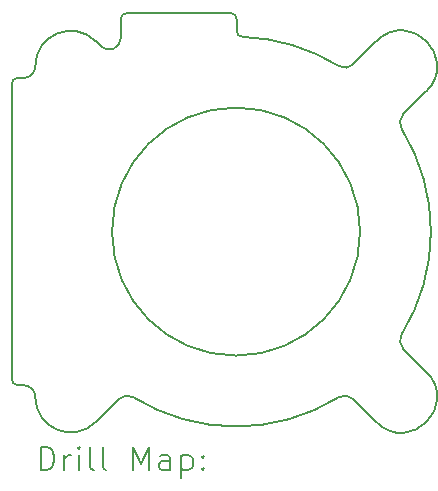
<source format=gbr>
%TF.GenerationSoftware,KiCad,Pcbnew,(6.0.7)*%
%TF.CreationDate,2022-10-21T23:46:12+08:00*%
%TF.ProjectId,pcb_middle,7063625f-6d69-4646-946c-652e6b696361,rev?*%
%TF.SameCoordinates,Original*%
%TF.FileFunction,Drillmap*%
%TF.FilePolarity,Positive*%
%FSLAX45Y45*%
G04 Gerber Fmt 4.5, Leading zero omitted, Abs format (unit mm)*
G04 Created by KiCad (PCBNEW (6.0.7)) date 2022-10-21 23:46:12*
%MOMM*%
%LPD*%
G01*
G04 APERTURE LIST*
%ADD10C,0.200000*%
G04 APERTURE END LIST*
D10*
X1402520Y-869159D02*
G75*
G03*
X1402520Y869159I-1402520J869159D01*
G01*
X-1700000Y-1400000D02*
G75*
G03*
X-1800000Y-1300000I-100000J0D01*
G01*
X-1900000Y-1250000D02*
G75*
G03*
X-1850000Y-1300000I50000J0D01*
G01*
X-1900000Y1250000D02*
X-1900000Y-1250000D01*
X992546Y-1416810D02*
X1187868Y-1612132D01*
X-1145711Y1569975D02*
X-1187868Y1612132D01*
X-975000Y1800000D02*
X-975000Y1640685D01*
X-925000Y1850000D02*
G75*
G03*
X-975000Y1800000I0J-50000D01*
G01*
X-1187868Y1612132D02*
G75*
G03*
X-1700000Y1400000I-212132J-212132D01*
G01*
X5000Y1699110D02*
G75*
G03*
X53382Y1649136I49999J-1D01*
G01*
X-1187868Y-1612132D02*
X-992546Y-1416810D01*
X1612132Y1187868D02*
G75*
G03*
X1187868Y1612132I-212132J212132D01*
G01*
X869159Y1402520D02*
G75*
G03*
X992546Y1416810I52677J85001D01*
G01*
X5000Y1800000D02*
G75*
G03*
X-45000Y1850000I-50001J-1D01*
G01*
X-45000Y1850000D02*
X-925000Y1850000D01*
X-1700000Y-1400000D02*
G75*
G03*
X-1187868Y-1612132I300000J0D01*
G01*
X869159Y1402520D02*
G75*
G03*
X53382Y1649136I-869158J-1402516D01*
G01*
X-1145711Y1569975D02*
G75*
G03*
X-975000Y1640685I70711J70711D01*
G01*
X1612132Y-1187868D02*
X1416810Y-992546D01*
X-869159Y-1402520D02*
G75*
G03*
X-992546Y-1416810I-52676J-85002D01*
G01*
X1402519Y-869159D02*
G75*
G03*
X1416810Y-992546I85004J-52676D01*
G01*
X-1800000Y1300000D02*
G75*
G03*
X-1700000Y1400000I0J100000D01*
G01*
X-1800000Y1300000D02*
X-1850000Y1300000D01*
X-869159Y-1402520D02*
G75*
G03*
X869159Y-1402520I869159J1402519D01*
G01*
X-1850000Y-1300000D02*
X-1800000Y-1300000D01*
X1187868Y-1612132D02*
G75*
G03*
X1612132Y-1187868I212132J212132D01*
G01*
X5000Y1699110D02*
X5000Y1800000D01*
X1187868Y1612132D02*
X992546Y1416810D01*
X1050000Y0D02*
G75*
G03*
X1050000Y0I-1050000J0D01*
G01*
X992547Y-1416810D02*
G75*
G03*
X869159Y-1402520I-70711J-70712D01*
G01*
X1416810Y992546D02*
X1612132Y1187868D01*
X1416810Y992546D02*
G75*
G03*
X1402520Y869159I70710J-70711D01*
G01*
X-1850000Y1300000D02*
G75*
G03*
X-1900000Y1250000I0J-50000D01*
G01*
X-1652381Y-2020476D02*
X-1652381Y-1820476D01*
X-1604762Y-1820476D01*
X-1576190Y-1830000D01*
X-1557143Y-1849048D01*
X-1547619Y-1868095D01*
X-1538095Y-1906190D01*
X-1538095Y-1934762D01*
X-1547619Y-1972857D01*
X-1557143Y-1991905D01*
X-1576190Y-2010952D01*
X-1604762Y-2020476D01*
X-1652381Y-2020476D01*
X-1452381Y-2020476D02*
X-1452381Y-1887143D01*
X-1452381Y-1925238D02*
X-1442857Y-1906190D01*
X-1433333Y-1896667D01*
X-1414286Y-1887143D01*
X-1395238Y-1887143D01*
X-1328571Y-2020476D02*
X-1328571Y-1887143D01*
X-1328571Y-1820476D02*
X-1338095Y-1830000D01*
X-1328571Y-1839524D01*
X-1319048Y-1830000D01*
X-1328571Y-1820476D01*
X-1328571Y-1839524D01*
X-1204762Y-2020476D02*
X-1223810Y-2010952D01*
X-1233333Y-1991905D01*
X-1233333Y-1820476D01*
X-1100000Y-2020476D02*
X-1119048Y-2010952D01*
X-1128571Y-1991905D01*
X-1128571Y-1820476D01*
X-871428Y-2020476D02*
X-871428Y-1820476D01*
X-804762Y-1963333D01*
X-738095Y-1820476D01*
X-738095Y-2020476D01*
X-557143Y-2020476D02*
X-557143Y-1915714D01*
X-566667Y-1896667D01*
X-585714Y-1887143D01*
X-623810Y-1887143D01*
X-642857Y-1896667D01*
X-557143Y-2010952D02*
X-576190Y-2020476D01*
X-623810Y-2020476D01*
X-642857Y-2010952D01*
X-652381Y-1991905D01*
X-652381Y-1972857D01*
X-642857Y-1953810D01*
X-623810Y-1944286D01*
X-576190Y-1944286D01*
X-557143Y-1934762D01*
X-461905Y-1887143D02*
X-461905Y-2087143D01*
X-461905Y-1896667D02*
X-442857Y-1887143D01*
X-404762Y-1887143D01*
X-385714Y-1896667D01*
X-376190Y-1906190D01*
X-366667Y-1925238D01*
X-366667Y-1982381D01*
X-376190Y-2001429D01*
X-385714Y-2010952D01*
X-404762Y-2020476D01*
X-442857Y-2020476D01*
X-461905Y-2010952D01*
X-280952Y-2001429D02*
X-271429Y-2010952D01*
X-280952Y-2020476D01*
X-290476Y-2010952D01*
X-280952Y-2001429D01*
X-280952Y-2020476D01*
X-280952Y-1896667D02*
X-271429Y-1906190D01*
X-280952Y-1915714D01*
X-290476Y-1906190D01*
X-280952Y-1896667D01*
X-280952Y-1915714D01*
M02*

</source>
